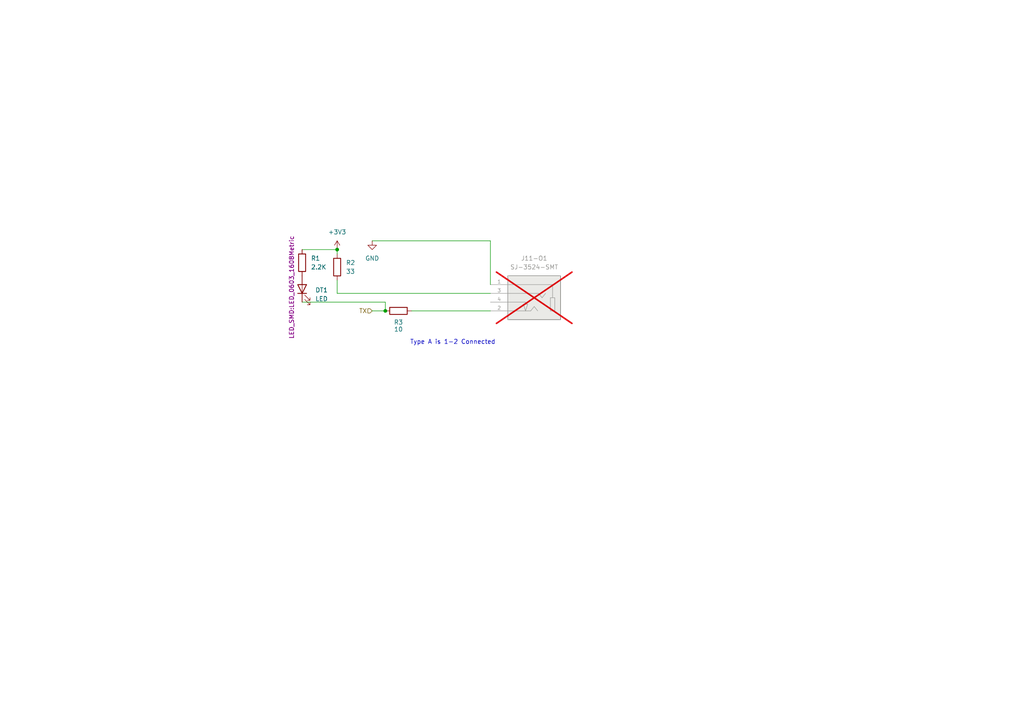
<source format=kicad_sch>
(kicad_sch (version 20231120) (generator "eeschema") (generator_version "8.0")
  (paper "A4")
  (lib_symbols
    (symbol "Device:LED" (pin_numbers hide) (pin_names (offset 1.016) hide)
      (property "Reference" "D" (at 0 2.54 0))
      (property "Value" "LED" (at 0 -2.54 0))
      (symbol "LED_0_1"
        (polyline (pts (xy -1.27 -1.27) (xy -1.27 1.27)) (stroke (width 0.254)))
        (polyline (pts (xy -1.27 0) (xy 1.27 0)))
        (polyline (pts (xy 1.27 -1.27) (xy 1.27 1.27) (xy -1.27 0) (xy 1.27 -1.27)) (stroke (width 0.254)))
        (polyline (pts (xy -3.048 -0.762) (xy -4.572 -2.286) (xy -3.81 -2.286) (xy -4.572 -2.286) (xy -4.572 -1.524)))
        (polyline (pts (xy -1.778 -0.762) (xy -3.302 -2.286) (xy -2.54 -2.286) (xy -3.302 -2.286) (xy -3.302 -1.524)))
      )
      (symbol "LED_1_1"
        (pin passive line (at -3.81 0 0) (length 2.54) (name "K") (number "1"))
        (pin passive line (at 3.81 0 180) (length 2.54) (name "A") (number "2"))
      )
    )
    (symbol "Device:R" (pin_numbers hide) (pin_names (offset 0))
      (property "Reference" "R" (at 2.032 0 90))
      (property "Value" "R" (at 0 0 90))
      (symbol "R_0_1"
        (rectangle (start -1.016 -2.54) (end 1.016 2.54) (stroke (width 0.254)))
      )
      (symbol "R_1_1"
        (pin passive line (at 0 3.81 270) (length 1.27) (name "~") (number "1"))
        (pin passive line (at 0 -3.81 90) (length 1.27) (name "~") (number "2"))
      )
    )
    (symbol "MIDI_projects:SJ-3524-SMT" (pin_names (offset 1.016))
      (property "Reference" "J" (at -7.637 8.2738 0))
      (property "Value" "SJ-3524-SMT" (at -7.6519 -7.6606 0))
      (symbol "SJ-3524-SMT_0_0"
        (rectangle (start -7.62 -5.08) (end 7.62 7.62) (stroke (width 0.254)) (fill (type background)))
        (polyline (pts (xy -5.969 -2.54) (xy -4.699 -2.54)) (stroke (width 0.1524)))
        (polyline (pts (xy -5.969 1.27) (xy -5.969 -2.54)) (stroke (width 0.1524)))
        (polyline (pts (xy -5.334 1.27) (xy -5.969 1.27)) (stroke (width 0.1524)))
        (polyline (pts (xy -5.334 1.27) (xy -5.334 5.08)) (stroke (width 0.1524)))
        (polyline (pts (xy -5.334 5.08) (xy 7.62 5.08)) (stroke (width 0.1524)))
        (polyline (pts (xy -4.699 -2.54) (xy -4.699 1.27)) (stroke (width 0.1524)))
        (polyline (pts (xy -4.699 1.27) (xy -5.334 1.27)) (stroke (width 0.1524)))
        (polyline (pts (xy -2.286 1.27) (xy -3.302 2.54)) (stroke (width 0.1524)))
        (polyline (pts (xy -1.27 2.54) (xy -2.286 1.27)) (stroke (width 0.1524)))
        (polyline (pts (xy -1.016 -2.54) (xy 0 -1.27)) (stroke (width 0.1524)))
        (polyline (pts (xy 0 -1.27) (xy 1.016 -2.54)) (stroke (width 0.1524)))
        (polyline (pts (xy 1.9 -0.6) (xy 2.5 -2.53)) (stroke (width 0.1524)))
        (polyline (pts (xy 1.9 -0.6) (xy 3.09 -0.6)) (stroke (width 0.1524)))
        (polyline (pts (xy 2.53 -2.52) (xy 2.53 -2.53)) (stroke (width 0.1524)))
        (polyline (pts (xy 2.54 0) (xy 2.54 -0.62)) (stroke (width 0.1524)))
        (polyline (pts (xy 2.54 0) (xy 7.62 0)) (stroke (width 0.1524)))
        (polyline (pts (xy 3.09 -0.6) (xy 2.53 -2.52)) (stroke (width 0.1524)))
        (polyline (pts (xy 7.62 -2.54) (xy 1.016 -2.54)) (stroke (width 0.1524)))
        (polyline (pts (xy 7.62 2.54) (xy -1.27 2.54)) (stroke (width 0.1524)))
        (pin passive line (at 12.7 5.08 180) (length 5.08) (name "~") (number "1"))
        (pin passive line (at 12.7 -2.54 180) (length 5.08) (name "~") (number "2"))
        (pin passive line (at 12.7 2.54 180) (length 5.08) (name "~") (number "3"))
        (pin passive line (at 12.7 0 180) (length 5.08) (name "~") (number "4"))
      )
    )
    (symbol "power:+3V3" (power) (pin_numbers hide) (pin_names (offset 0) hide)
      (property "Value" "+3V3" (at 0 3.556 0))
      (symbol "+3V3_0_1"
        (polyline (pts (xy -0.762 1.27) (xy 0 2.54)))
        (polyline (pts (xy 0 0) (xy 0 2.54)))
        (polyline (pts (xy 0 2.54) (xy 0.762 1.27)))
      )
      (symbol "+3V3_1_1"
        (pin power_in line (at 0 0 90) (length 0) (name "~") (number "1"))
      )
    )
    (symbol "power:GND" (power) (pin_numbers hide) (pin_names (offset 0) hide)
      (property "Value" "GND" (at 0 -3.81 0))
      (symbol "GND_0_1"
        (polyline (pts (xy 0 0) (xy 0 -1.27) (xy 1.27 -1.27) (xy 0 -2.54) (xy -1.27 -1.27) (xy 0 -1.27)))
      )
      (symbol "GND_1_1"
        (pin power_in line (at 0 0 270) (length 0) (name "~") (number "1"))
      )
    )
  )
  (junction (at 97.79 72.39))
  (junction (at 111.76 90.17))
  (wire (pts (xy 119.38 90.17) (xy 142.24 90.17)))
  (wire (pts (xy 111.76 87.63) (xy 111.76 90.17)))
  (wire (pts (xy 97.79 85.09) (xy 142.24 85.09)))
  (wire (pts (xy 97.79 73.66) (xy 97.79 72.39)))
  (wire (pts (xy 107.95 90.17) (xy 111.76 90.17)))
  (wire (pts (xy 97.79 85.09) (xy 97.79 81.28)))
  (wire (pts (xy 107.95 69.85) (xy 142.24 69.85)))
  (wire (pts (xy 142.24 69.85) (xy 142.24 82.55)))
  (wire (pts (xy 87.63 72.39) (xy 97.79 72.39)))
  (wire (pts (xy 87.63 87.63) (xy 111.76 87.63)))
  (text "Type A is 1-2 Connected" (at 131.318 99.314 0) (effects (font (size 1.27 1.27))))
  (hierarchical_label "TX" (shape input) (at 107.95 90.17 180))
  (symbol (lib_id "Device:R") (at 97.79 77.47 0) (unit 1)
    (property "Reference" "R2" (at 100.33 76.1999 0) (effects (justify left)))
    (property "Value" "33" (at 100.33 78.7399 0) (effects (justify left)))
    (property "Footprint" "Resistor_SMD:R_0805_2012Metric" (effects (hide yes)))
    (property "Description" "Resistor" (effects (hide yes)))
    (property "LCSC" " C17634 " (effects (hide yes)))
    (instances (project "dinoctopus_v2" (path "" (reference "R2") (unit 1)) (path "" (reference "R5") (unit 1)) (path "" (reference "R8") (unit 1)) (path "" (reference "R21") (unit 1)) (path "" (reference "R24") (unit 1))))
  )
  (symbol (lib_id "Device:LED") (at 87.63 83.82 90) (unit 1)
    (property "Reference" "DT1" (at 91.44 84.1374 90) (effects (justify right)))
    (property "Value" "LED" (at 91.44 86.6774 90) (effects (justify right)))
    (property "Footprint" "LED_SMD:LED_0603_1608Metric" (at 84.582 83.312 0))
    (property "Description" "Light emitting diode" (effects (hide yes)))
    (property "LCSC" "C72038" (effects (hide yes)))
    (instances (project "dinoctopus_v2" (path "" (reference "DT1") (unit 1)) (path "" (reference "DT2") (unit 1)) (path "" (reference "DT3") (unit 1)) (path "" (reference "DT4") (unit 1)) (path "" (reference "DT5") (unit 1))))
  )
  (symbol (lib_id "power:GND") (at 107.95 69.85 0) (unit 1)
    (property "Reference" "#PWR03" (effects (hide yes)))
    (property "Value" "GND" (at 107.95 74.93 0))
    (property "Description" "Power symbol creates a global label with name \"GND\" , ground" (effects (hide yes)))
    (instances (project "dinoctopus_v2" (path "" (reference "#PWR03") (unit 1)) (path "" (reference "#PWR05") (unit 1)) (path "" (reference "#PWR07") (unit 1)) (path "" (reference "#PWR09") (unit 1)) (path "" (reference "#PWR024") (unit 1))))
  )
  (symbol (lib_id "Device:R") (at 115.57 90.17 90) (unit 1)
    (property "Reference" "R3" (at 115.57 93.472 90))
    (property "Value" "10" (at 115.57 95.504 90))
    (property "Footprint" "Resistor_SMD:R_0805_2012Metric" (effects (hide yes)))
    (property "Description" "Resistor" (effects (hide yes)))
    (property "LCSC" "C17415 " (effects (hide yes)))
    (instances (project "dinoctopus_v2" (path "" (reference "R3") (unit 1)) (path "" (reference "R6") (unit 1)) (path "" (reference "R9") (unit 1)) (path "" (reference "R22") (unit 1)) (path "" (reference "R25") (unit 1))))
  )
  (symbol (lib_id "power:+3V3") (at 97.79 72.39 0) (unit 1)
    (property "Reference" "#PWR01" (effects (hide yes)))
    (property "Value" "+3V3" (at 97.79 67.31 0))
    (property "Description" "Power symbol creates a global label with name \"+3V3\"" (effects (hide yes)))
    (instances (project "dinoctopus_v2" (path "" (reference "#PWR01") (unit 1)) (path "" (reference "#PWR04") (unit 1)) (path "" (reference "#PWR06") (unit 1)) (path "" (reference "#PWR08") (unit 1)) (path "" (reference "#PWR010") (unit 1))))
  )
  (symbol (lib_id "MIDI_projects:SJ-3524-SMT") (at 154.94 87.63 0) (mirror y) (unit 1) (in_bom no) (dnp yes)
    (property "Reference" "J11-O1" (at 154.94 74.93 0))
    (property "Value" "SJ-3524-SMT" (at 154.94 77.47 0))
    (property "Footprint" "Library:CUI_SJ-3524-SMT" (effects (hide yes)))
    (property "PARTREV" "1.03" (effects (hide yes)))
    (property "MF" "CUI Inc" (effects (hide yes)))
    (instances (project "dinoctopus_v2" (path "" (reference "J11-O1") (unit 1)) (path "" (reference "J11-O2") (unit 1)) (path "" (reference "J11-O3") (unit 1)) (path "" (reference "J11-O4") (unit 1)) (path "" (reference "J11-O5") (unit 1))))
  )
  (symbol (lib_id "Device:R") (at 87.63 76.2 0) (unit 1)
    (property "Reference" "R1" (at 90.17 74.9299 0) (effects (justify left)))
    (property "Value" "2.2K" (at 90.17 77.4699 0) (effects (justify left)))
    (property "Footprint" "Resistor_SMD:R_0805_2012Metric" (effects (hide yes)))
    (property "Description" "Resistor" (effects (hide yes)))
    (property "LCSC" "C17520" (effects (hide yes)))
    (instances (project "dinoctopus_v2" (path "" (reference "R1") (unit 1)) (path "" (reference "R4") (unit 1)) (path "" (reference "R7") (unit 1)) (path "" (reference "R10") (unit 1)) (path "" (reference "R23") (unit 1))))
  )
)
</source>
